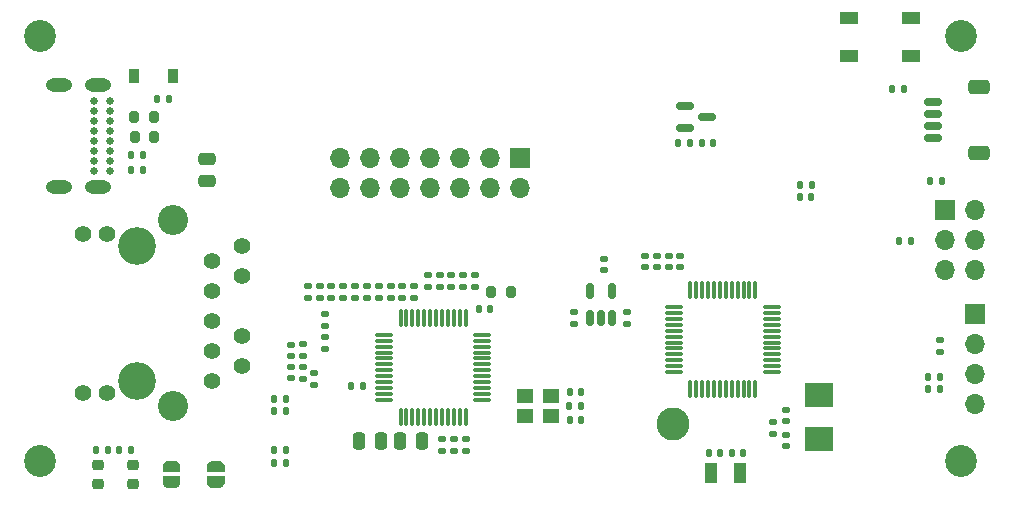
<source format=gbr>
G04 #@! TF.GenerationSoftware,KiCad,Pcbnew,(5.99.0-8454-g713af6630f)*
G04 #@! TF.CreationDate,2021-06-13T15:31:38-07:00*
G04 #@! TF.ProjectId,MFW007B,4d465730-3037-4422-9e6b-696361645f70,1*
G04 #@! TF.SameCoordinates,Original*
G04 #@! TF.FileFunction,Soldermask,Top*
G04 #@! TF.FilePolarity,Negative*
%FSLAX46Y46*%
G04 Gerber Fmt 4.6, Leading zero omitted, Abs format (unit mm)*
G04 Created by KiCad (PCBNEW (5.99.0-8454-g713af6630f)) date 2021-06-13 15:31:38*
%MOMM*%
%LPD*%
G01*
G04 APERTURE LIST*
G04 Aperture macros list*
%AMRoundRect*
0 Rectangle with rounded corners*
0 $1 Rounding radius*
0 $2 $3 $4 $5 $6 $7 $8 $9 X,Y pos of 4 corners*
0 Add a 4 corners polygon primitive as box body*
4,1,4,$2,$3,$4,$5,$6,$7,$8,$9,$2,$3,0*
0 Add four circle primitives for the rounded corners*
1,1,$1+$1,$2,$3*
1,1,$1+$1,$4,$5*
1,1,$1+$1,$6,$7*
1,1,$1+$1,$8,$9*
0 Add four rect primitives between the rounded corners*
20,1,$1+$1,$2,$3,$4,$5,0*
20,1,$1+$1,$4,$5,$6,$7,0*
20,1,$1+$1,$6,$7,$8,$9,0*
20,1,$1+$1,$8,$9,$2,$3,0*%
G04 Aperture macros list end*
%ADD10R,2.400000X2.000000*%
%ADD11RoundRect,0.075000X0.075000X-0.662500X0.075000X0.662500X-0.075000X0.662500X-0.075000X-0.662500X0*%
%ADD12RoundRect,0.075000X0.662500X-0.075000X0.662500X0.075000X-0.662500X0.075000X-0.662500X-0.075000X0*%
%ADD13RoundRect,0.140000X0.170000X-0.140000X0.170000X0.140000X-0.170000X0.140000X-0.170000X-0.140000X0*%
%ADD14RoundRect,0.135000X0.185000X-0.135000X0.185000X0.135000X-0.185000X0.135000X-0.185000X-0.135000X0*%
%ADD15RoundRect,0.218750X0.256250X-0.218750X0.256250X0.218750X-0.256250X0.218750X-0.256250X-0.218750X0*%
%ADD16RoundRect,0.140000X-0.170000X0.140000X-0.170000X-0.140000X0.170000X-0.140000X0.170000X0.140000X0*%
%ADD17RoundRect,0.140000X-0.140000X-0.170000X0.140000X-0.170000X0.140000X0.170000X-0.140000X0.170000X0*%
%ADD18RoundRect,0.150000X0.625000X-0.150000X0.625000X0.150000X-0.625000X0.150000X-0.625000X-0.150000X0*%
%ADD19RoundRect,0.250000X0.650000X-0.350000X0.650000X0.350000X-0.650000X0.350000X-0.650000X-0.350000X0*%
%ADD20RoundRect,0.135000X0.135000X0.185000X-0.135000X0.185000X-0.135000X-0.185000X0.135000X-0.185000X0*%
%ADD21RoundRect,0.135000X-0.185000X0.135000X-0.185000X-0.135000X0.185000X-0.135000X0.185000X0.135000X0*%
%ADD22R,0.900000X1.200000*%
%ADD23RoundRect,0.075000X-0.662500X-0.075000X0.662500X-0.075000X0.662500X0.075000X-0.662500X0.075000X0*%
%ADD24RoundRect,0.075000X-0.075000X-0.662500X0.075000X-0.662500X0.075000X0.662500X-0.075000X0.662500X0*%
%ADD25R,1.700000X1.700000*%
%ADD26O,1.700000X1.700000*%
%ADD27C,2.700000*%
%ADD28RoundRect,0.135000X-0.135000X-0.185000X0.135000X-0.185000X0.135000X0.185000X-0.135000X0.185000X0*%
%ADD29R,1.000000X1.800000*%
%ADD30R,1.400000X1.200000*%
%ADD31C,0.650000*%
%ADD32O,2.216000X1.108000*%
%ADD33RoundRect,0.150000X0.150000X-0.512500X0.150000X0.512500X-0.150000X0.512500X-0.150000X-0.512500X0*%
%ADD34RoundRect,0.200000X-0.200000X-0.275000X0.200000X-0.275000X0.200000X0.275000X-0.200000X0.275000X0*%
%ADD35RoundRect,0.140000X0.140000X0.170000X-0.140000X0.170000X-0.140000X-0.170000X0.140000X-0.170000X0*%
%ADD36RoundRect,0.250000X-0.250000X-0.475000X0.250000X-0.475000X0.250000X0.475000X-0.250000X0.475000X0*%
%ADD37C,2.800000*%
%ADD38RoundRect,0.250000X-0.475000X0.250000X-0.475000X-0.250000X0.475000X-0.250000X0.475000X0.250000X0*%
%ADD39RoundRect,0.150000X-0.587500X-0.150000X0.587500X-0.150000X0.587500X0.150000X-0.587500X0.150000X0*%
%ADD40C,1.398000*%
%ADD41C,3.200000*%
%ADD42C,2.550000*%
%ADD43RoundRect,0.250000X0.250000X0.475000X-0.250000X0.475000X-0.250000X-0.475000X0.250000X-0.475000X0*%
%ADD44R,1.549400X0.990600*%
G04 APERTURE END LIST*
D10*
X157300000Y-112550000D03*
X157300000Y-116250000D03*
D11*
X146440000Y-112012500D03*
X146940000Y-112012500D03*
X147440000Y-112012500D03*
X147940000Y-112012500D03*
X148440000Y-112012500D03*
X148940000Y-112012500D03*
X149440000Y-112012500D03*
X149940000Y-112012500D03*
X150440000Y-112012500D03*
X150940000Y-112012500D03*
X151440000Y-112012500D03*
X151940000Y-112012500D03*
D12*
X153352500Y-110600000D03*
X153352500Y-110100000D03*
X153352500Y-109600000D03*
X153352500Y-109100000D03*
X153352500Y-108600000D03*
X153352500Y-108100000D03*
X153352500Y-107600000D03*
X153352500Y-107100000D03*
X153352500Y-106600000D03*
X153352500Y-106100000D03*
X153352500Y-105600000D03*
X153352500Y-105100000D03*
D11*
X151940000Y-103687500D03*
X151440000Y-103687500D03*
X150940000Y-103687500D03*
X150440000Y-103687500D03*
X149940000Y-103687500D03*
X149440000Y-103687500D03*
X148940000Y-103687500D03*
X148440000Y-103687500D03*
X147940000Y-103687500D03*
X147440000Y-103687500D03*
X146940000Y-103687500D03*
X146440000Y-103687500D03*
D12*
X145027500Y-105100000D03*
X145027500Y-105600000D03*
X145027500Y-106100000D03*
X145027500Y-106600000D03*
X145027500Y-107100000D03*
X145027500Y-107600000D03*
X145027500Y-108100000D03*
X145027500Y-108600000D03*
X145027500Y-109100000D03*
X145027500Y-109600000D03*
X145027500Y-110100000D03*
X145027500Y-110600000D03*
D13*
X144600000Y-101700000D03*
X144600000Y-100740000D03*
D14*
X124200000Y-103410000D03*
X124200000Y-102390000D03*
D15*
X96250000Y-120037500D03*
X96250000Y-118462500D03*
D16*
X126400000Y-116300000D03*
X126400000Y-117260000D03*
D13*
X117050000Y-104300000D03*
X117050000Y-103340000D03*
D14*
X126200000Y-103410000D03*
X126200000Y-102390000D03*
D17*
X111220000Y-112900000D03*
X112180000Y-112900000D03*
D18*
X167000000Y-90750000D03*
X167000000Y-89750000D03*
X167000000Y-88750000D03*
X167000000Y-87750000D03*
D19*
X170875000Y-86450000D03*
X170875000Y-92050000D03*
G36*
X103250000Y-119400000D02*
G01*
X103250000Y-119900000D01*
X103245033Y-119900000D01*
X103243568Y-119979941D01*
X103201293Y-120115256D01*
X103122738Y-120233266D01*
X103014219Y-120324486D01*
X102884460Y-120381581D01*
X102750000Y-120399164D01*
X102750000Y-120400000D01*
X102250000Y-120400000D01*
X102250000Y-120399164D01*
X102243891Y-120399963D01*
X102103814Y-120378152D01*
X101975489Y-120317904D01*
X101869231Y-120224060D01*
X101793583Y-120104165D01*
X101754626Y-119967858D01*
X101755041Y-119900000D01*
X101750000Y-119900000D01*
X101750000Y-119400000D01*
X103250000Y-119400000D01*
G37*
G36*
X101755041Y-118600000D02*
G01*
X101755492Y-118526095D01*
X101796111Y-118390274D01*
X101873218Y-118271312D01*
X101980615Y-118178774D01*
X102109667Y-118120097D01*
X102250000Y-118100000D01*
X102750000Y-118100000D01*
X102762216Y-118100149D01*
X102902017Y-118123669D01*
X103029596Y-118185481D01*
X103134700Y-118280616D01*
X103208877Y-118401426D01*
X103246166Y-118538199D01*
X103245033Y-118600000D01*
X103250000Y-118600000D01*
X103250000Y-119100000D01*
X101750000Y-119100000D01*
X101750000Y-118600000D01*
X101755041Y-118600000D01*
G37*
D20*
X112210000Y-117200000D03*
X111190000Y-117200000D03*
D21*
X153450000Y-114820000D03*
X153450000Y-115840000D03*
D22*
X102650000Y-85500000D03*
X99350000Y-85500000D03*
D20*
X100120000Y-93460000D03*
X99100000Y-93460000D03*
D13*
X119050000Y-104300000D03*
X119050000Y-103340000D03*
D14*
X113600000Y-111160000D03*
X113600000Y-110140000D03*
D20*
X112210000Y-113900000D03*
X111190000Y-113900000D03*
D23*
X120487500Y-107450000D03*
X120487500Y-107950000D03*
X120487500Y-108450000D03*
X120487500Y-108950000D03*
X120487500Y-109450000D03*
X120487500Y-109950000D03*
X120487500Y-110450000D03*
X120487500Y-110950000D03*
X120487500Y-111450000D03*
X120487500Y-111950000D03*
X120487500Y-112450000D03*
X120487500Y-112950000D03*
D24*
X121900000Y-114362500D03*
X122400000Y-114362500D03*
X122900000Y-114362500D03*
X123400000Y-114362500D03*
X123900000Y-114362500D03*
X124400000Y-114362500D03*
X124900000Y-114362500D03*
X125400000Y-114362500D03*
X125900000Y-114362500D03*
X126400000Y-114362500D03*
X126900000Y-114362500D03*
X127400000Y-114362500D03*
D23*
X128812500Y-112950000D03*
X128812500Y-112450000D03*
X128812500Y-111950000D03*
X128812500Y-111450000D03*
X128812500Y-110950000D03*
X128812500Y-110450000D03*
X128812500Y-109950000D03*
X128812500Y-109450000D03*
X128812500Y-108950000D03*
X128812500Y-108450000D03*
X128812500Y-107950000D03*
X128812500Y-107450000D03*
D24*
X127400000Y-106037500D03*
X126900000Y-106037500D03*
X126400000Y-106037500D03*
X125900000Y-106037500D03*
X125400000Y-106037500D03*
X124900000Y-106037500D03*
X124400000Y-106037500D03*
X123900000Y-106037500D03*
X123400000Y-106037500D03*
X122900000Y-106037500D03*
X122400000Y-106037500D03*
X121900000Y-106037500D03*
D14*
X128200000Y-103410000D03*
X128200000Y-102390000D03*
D25*
X168000000Y-96860000D03*
D26*
X170540000Y-96860000D03*
X168000000Y-99400000D03*
X170540000Y-99400000D03*
X168000000Y-101940000D03*
X170540000Y-101940000D03*
D17*
X128520000Y-105300000D03*
X129480000Y-105300000D03*
D27*
X91378680Y-118128680D03*
D16*
X125400000Y-116300000D03*
X125400000Y-117260000D03*
D28*
X166690000Y-94400000D03*
X167710000Y-94400000D03*
D20*
X118720000Y-111800000D03*
X117700000Y-111800000D03*
D29*
X150650000Y-119150000D03*
X148150000Y-119150000D03*
D20*
X167610000Y-111000000D03*
X166590000Y-111000000D03*
D13*
X154550000Y-114780000D03*
X154550000Y-113820000D03*
D27*
X169378680Y-82128680D03*
D25*
X170500000Y-105700000D03*
D26*
X170500000Y-108240000D03*
X170500000Y-110780000D03*
X170500000Y-113320000D03*
D30*
X132400000Y-114350000D03*
X134600000Y-114350000D03*
X134600000Y-112650000D03*
X132400000Y-112650000D03*
D16*
X154550000Y-115900000D03*
X154550000Y-116860000D03*
D13*
X112600000Y-109230000D03*
X112600000Y-108270000D03*
D14*
X115520000Y-108620000D03*
X115520000Y-107600000D03*
X113600000Y-109260000D03*
X113600000Y-108240000D03*
D17*
X145420000Y-91200000D03*
X146380000Y-91200000D03*
D13*
X145600000Y-101700000D03*
X145600000Y-100740000D03*
D31*
X97303680Y-87653680D03*
X97303680Y-88503680D03*
X97303680Y-89353680D03*
X97303680Y-90203680D03*
X97303680Y-91053680D03*
X97303680Y-91903680D03*
X97303680Y-92753680D03*
X97303680Y-93603680D03*
X95953680Y-93603680D03*
X95953680Y-92753680D03*
X95953680Y-91903680D03*
X95953680Y-91053680D03*
X95953680Y-90203680D03*
X95953680Y-89353680D03*
X95953680Y-88503680D03*
X95953680Y-87653680D03*
D32*
X96323680Y-86303680D03*
X96323680Y-94953680D03*
X92943680Y-94953680D03*
X92943680Y-86303680D03*
D33*
X137900000Y-106000000D03*
X138850000Y-106000000D03*
X139800000Y-106000000D03*
X139800000Y-103725000D03*
X137900000Y-103725000D03*
D27*
X91378680Y-82128680D03*
D34*
X99375000Y-90700000D03*
X101025000Y-90700000D03*
D35*
X156680000Y-95800000D03*
X155720000Y-95800000D03*
D13*
X114050000Y-104300000D03*
X114050000Y-103340000D03*
D35*
X148380000Y-91200000D03*
X147420000Y-91200000D03*
D16*
X139100000Y-101020000D03*
X139100000Y-101980000D03*
D27*
X169378680Y-118128680D03*
D13*
X120050000Y-104300000D03*
X120050000Y-103340000D03*
D28*
X163490000Y-86600000D03*
X164510000Y-86600000D03*
D14*
X127200000Y-103410000D03*
X127200000Y-102390000D03*
D36*
X118350000Y-116400000D03*
X120250000Y-116400000D03*
D14*
X125200000Y-103410000D03*
X125200000Y-102390000D03*
D21*
X115520000Y-105690000D03*
X115520000Y-106710000D03*
D13*
X115050000Y-104300000D03*
X115050000Y-103340000D03*
D21*
X141100000Y-105490000D03*
X141100000Y-106510000D03*
D35*
X148980000Y-117450000D03*
X148020000Y-117450000D03*
D16*
X167600000Y-107920000D03*
X167600000Y-108880000D03*
D17*
X149920000Y-117450000D03*
X150880000Y-117450000D03*
D20*
X100120000Y-92250000D03*
X99100000Y-92250000D03*
D37*
X145000000Y-115000000D03*
D20*
X165110000Y-99500000D03*
X164090000Y-99500000D03*
D34*
X99350000Y-89000000D03*
X101000000Y-89000000D03*
G36*
X107000000Y-119400000D02*
G01*
X107000000Y-119900000D01*
X106995033Y-119900000D01*
X106993568Y-119979941D01*
X106951293Y-120115256D01*
X106872738Y-120233266D01*
X106764219Y-120324486D01*
X106634460Y-120381581D01*
X106500000Y-120399164D01*
X106500000Y-120400000D01*
X106000000Y-120400000D01*
X106000000Y-120399164D01*
X105993891Y-120399963D01*
X105853814Y-120378152D01*
X105725489Y-120317904D01*
X105619231Y-120224060D01*
X105543583Y-120104165D01*
X105504626Y-119967858D01*
X105505041Y-119900000D01*
X105500000Y-119900000D01*
X105500000Y-119400000D01*
X107000000Y-119400000D01*
G37*
G36*
X105505041Y-118600000D02*
G01*
X105505492Y-118526095D01*
X105546111Y-118390274D01*
X105623218Y-118271312D01*
X105730615Y-118178774D01*
X105859667Y-118120097D01*
X106000000Y-118100000D01*
X106500000Y-118100000D01*
X106512216Y-118100149D01*
X106652017Y-118123669D01*
X106779596Y-118185481D01*
X106884700Y-118280616D01*
X106958877Y-118401426D01*
X106996166Y-118538199D01*
X106995033Y-118600000D01*
X107000000Y-118600000D01*
X107000000Y-119100000D01*
X105500000Y-119100000D01*
X105500000Y-118600000D01*
X105505041Y-118600000D01*
G37*
D13*
X123050000Y-104300000D03*
X123050000Y-103340000D03*
D34*
X129575000Y-103800000D03*
X131225000Y-103800000D03*
D38*
X105500000Y-92550000D03*
X105500000Y-94450000D03*
D13*
X116050000Y-104300000D03*
X116050000Y-103340000D03*
D28*
X96120000Y-117200000D03*
X97140000Y-117200000D03*
X101290000Y-87500000D03*
X102310000Y-87500000D03*
D39*
X145962500Y-88050000D03*
X145962500Y-89950000D03*
X147837500Y-89000000D03*
D40*
X105928680Y-111343680D03*
X108468680Y-110073680D03*
X105928680Y-108803680D03*
X108468680Y-107533680D03*
X105928680Y-106263680D03*
X105928680Y-103723680D03*
X108468680Y-102453680D03*
X105928680Y-101183680D03*
X108468680Y-99913680D03*
X97038680Y-112353680D03*
X95008680Y-112353680D03*
X97038680Y-98903680D03*
X95008680Y-98903680D03*
D41*
X99578680Y-99913680D03*
X99578680Y-111343680D03*
D42*
X102628680Y-113503680D03*
X102628680Y-97753680D03*
D28*
X136190000Y-113500000D03*
X137210000Y-113500000D03*
D43*
X123750000Y-116400000D03*
X121850000Y-116400000D03*
D13*
X143600000Y-101700000D03*
X143600000Y-100740000D03*
D44*
X159874999Y-80600001D03*
X165125001Y-80600001D03*
X159874999Y-83799999D03*
X165125001Y-83799999D03*
D28*
X111190000Y-118300000D03*
X112210000Y-118300000D03*
D17*
X136220000Y-112300000D03*
X137180000Y-112300000D03*
X136220000Y-114650000D03*
X137180000Y-114650000D03*
D13*
X114550000Y-111680000D03*
X114550000Y-110720000D03*
X142600000Y-101700000D03*
X142600000Y-100740000D03*
D16*
X127400000Y-116300000D03*
X127400000Y-117260000D03*
D13*
X118050000Y-104300000D03*
X118050000Y-103340000D03*
X121050000Y-104300000D03*
X121050000Y-103340000D03*
D28*
X166590000Y-112000000D03*
X167610000Y-112000000D03*
D20*
X99110000Y-117200000D03*
X98090000Y-117200000D03*
D15*
X99250000Y-120037500D03*
X99250000Y-118462500D03*
D16*
X112600000Y-110170000D03*
X112600000Y-111130000D03*
D21*
X136600000Y-105490000D03*
X136600000Y-106510000D03*
D13*
X122050000Y-104300000D03*
X122050000Y-103340000D03*
D25*
X132000000Y-92500000D03*
D26*
X132000000Y-95040000D03*
X129460000Y-92500000D03*
X129460000Y-95040000D03*
X126920000Y-92500000D03*
X126920000Y-95040000D03*
X124380000Y-92500000D03*
X124380000Y-95040000D03*
X121840000Y-92500000D03*
X121840000Y-95040000D03*
X119300000Y-92500000D03*
X119300000Y-95040000D03*
X116760000Y-92500000D03*
X116760000Y-95040000D03*
D28*
X155690000Y-94800000D03*
X156710000Y-94800000D03*
M02*

</source>
